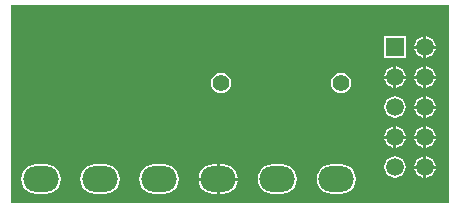
<source format=gbl>
%FSAX24Y24*%
%MOIN*%
G70*
G01*
G75*
G04 Layer_Physical_Order=2*
G04 Layer_Color=16711680*
%ADD10R,0.0630X0.0709*%
%ADD11C,0.0100*%
%ADD12O,0.1181X0.0866*%
%ADD13C,0.0551*%
%ADD14C,0.0591*%
%ADD15R,0.0591X0.0591*%
G36*
X014800Y000200D02*
X000200D01*
Y006800D01*
X014800D01*
Y000200D01*
D02*
G37*
%LPC*%
G36*
X014050Y001752D02*
Y001450D01*
X014352D01*
X014346Y001493D01*
X014310Y001579D01*
X014253Y001653D01*
X014179Y001710D01*
X014093Y001746D01*
X014050Y001752D01*
D02*
G37*
G36*
X012950Y002350D02*
X012648D01*
X012654Y002307D01*
X012690Y002221D01*
X012747Y002147D01*
X012821Y002090D01*
X012907Y002054D01*
X012950Y002048D01*
Y002350D01*
D02*
G37*
G36*
X013950Y001752D02*
X013907Y001746D01*
X013821Y001710D01*
X013747Y001653D01*
X013690Y001579D01*
X013654Y001493D01*
X013648Y001450D01*
X013950D01*
Y001752D01*
D02*
G37*
G36*
X007056Y001497D02*
X006948D01*
X006819Y001480D01*
X006699Y001431D01*
X006596Y001352D01*
X006517Y001249D01*
X006468Y001129D01*
X006457Y001050D01*
X007056D01*
Y001497D01*
D02*
G37*
G36*
X007263D02*
X007156D01*
Y001050D01*
X007754D01*
X007743Y001129D01*
X007694Y001249D01*
X007615Y001352D01*
X007512Y001431D01*
X007392Y001480D01*
X007263Y001497D01*
D02*
G37*
G36*
X012950Y002752D02*
X012907Y002746D01*
X012821Y002710D01*
X012747Y002653D01*
X012690Y002579D01*
X012654Y002493D01*
X012648Y002450D01*
X012950D01*
Y002752D01*
D02*
G37*
G36*
X013050D02*
Y002450D01*
X013352D01*
X013346Y002493D01*
X013310Y002579D01*
X013253Y002653D01*
X013179Y002710D01*
X013093Y002746D01*
X013050Y002752D01*
D02*
G37*
G36*
X014352Y002350D02*
X014050D01*
Y002048D01*
X014093Y002054D01*
X014179Y002090D01*
X014253Y002147D01*
X014310Y002221D01*
X014346Y002307D01*
X014352Y002350D01*
D02*
G37*
G36*
X013352D02*
X013050D01*
Y002048D01*
X013093Y002054D01*
X013179Y002090D01*
X013253Y002147D01*
X013310Y002221D01*
X013346Y002307D01*
X013352Y002350D01*
D02*
G37*
G36*
X013950D02*
X013648D01*
X013654Y002307D01*
X013690Y002221D01*
X013747Y002147D01*
X013821Y002090D01*
X013907Y002054D01*
X013950Y002048D01*
Y002350D01*
D02*
G37*
G36*
X007056Y000950D02*
X006457D01*
X006468Y000871D01*
X006517Y000751D01*
X006596Y000648D01*
X006699Y000569D01*
X006819Y000520D01*
X006948Y000503D01*
X007056D01*
Y000950D01*
D02*
G37*
G36*
X007754D02*
X007156D01*
Y000503D01*
X007263D01*
X007392Y000520D01*
X007512Y000569D01*
X007615Y000648D01*
X007694Y000751D01*
X007743Y000871D01*
X007754Y000950D01*
D02*
G37*
G36*
X005294Y001497D02*
X004980D01*
X004851Y001480D01*
X004731Y001431D01*
X004628Y001352D01*
X004549Y001249D01*
X004499Y001129D01*
X004482Y001000D01*
X004499Y000871D01*
X004549Y000751D01*
X004628Y000648D01*
X004731Y000569D01*
X004851Y000520D01*
X004980Y000503D01*
X005294D01*
X005423Y000520D01*
X005543Y000569D01*
X005646Y000648D01*
X005725Y000751D01*
X005775Y000871D01*
X005792Y001000D01*
X005775Y001129D01*
X005725Y001249D01*
X005646Y001352D01*
X005543Y001431D01*
X005423Y001480D01*
X005294Y001497D01*
D02*
G37*
G36*
X001357D02*
X001043D01*
X000914Y001480D01*
X000794Y001431D01*
X000691Y001352D01*
X000612Y001249D01*
X000562Y001129D01*
X000545Y001000D01*
X000562Y000871D01*
X000612Y000751D01*
X000691Y000648D01*
X000794Y000569D01*
X000914Y000520D01*
X001043Y000503D01*
X001357D01*
X001486Y000520D01*
X001606Y000569D01*
X001709Y000648D01*
X001788Y000751D01*
X001838Y000871D01*
X001855Y001000D01*
X001838Y001129D01*
X001788Y001249D01*
X001709Y001352D01*
X001606Y001431D01*
X001486Y001480D01*
X001357Y001497D01*
D02*
G37*
G36*
X003326D02*
X003011D01*
X002882Y001480D01*
X002762Y001431D01*
X002659Y001352D01*
X002580Y001249D01*
X002531Y001129D01*
X002514Y001000D01*
X002531Y000871D01*
X002580Y000751D01*
X002659Y000648D01*
X002762Y000569D01*
X002882Y000520D01*
X003011Y000503D01*
X003326D01*
X003455Y000520D01*
X003575Y000569D01*
X003678Y000648D01*
X003757Y000751D01*
X003806Y000871D01*
X003823Y001000D01*
X003806Y001129D01*
X003757Y001249D01*
X003678Y001352D01*
X003575Y001431D01*
X003455Y001480D01*
X003326Y001497D01*
D02*
G37*
G36*
X013950Y001350D02*
X013648D01*
X013654Y001307D01*
X013690Y001221D01*
X013747Y001147D01*
X013821Y001090D01*
X013907Y001054D01*
X013950Y001048D01*
Y001350D01*
D02*
G37*
G36*
X014352D02*
X014050D01*
Y001048D01*
X014093Y001054D01*
X014179Y001090D01*
X014253Y001147D01*
X014310Y001221D01*
X014346Y001307D01*
X014352Y001350D01*
D02*
G37*
G36*
X013000Y001758D02*
X012907Y001746D01*
X012821Y001710D01*
X012747Y001653D01*
X012690Y001579D01*
X012654Y001493D01*
X012642Y001400D01*
X012654Y001307D01*
X012690Y001221D01*
X012747Y001147D01*
X012821Y001090D01*
X012907Y001054D01*
X013000Y001042D01*
X013093Y001054D01*
X013179Y001090D01*
X013253Y001147D01*
X013310Y001221D01*
X013346Y001307D01*
X013358Y001400D01*
X013346Y001493D01*
X013310Y001579D01*
X013253Y001653D01*
X013179Y001710D01*
X013093Y001746D01*
X013000Y001758D01*
D02*
G37*
G36*
X009232Y001497D02*
X008917D01*
X008788Y001480D01*
X008668Y001431D01*
X008565Y001352D01*
X008486Y001249D01*
X008436Y001129D01*
X008419Y001000D01*
X008436Y000871D01*
X008486Y000751D01*
X008565Y000648D01*
X008668Y000569D01*
X008788Y000520D01*
X008917Y000503D01*
X009232D01*
X009360Y000520D01*
X009480Y000569D01*
X009583Y000648D01*
X009662Y000751D01*
X009712Y000871D01*
X009729Y001000D01*
X009712Y001129D01*
X009662Y001249D01*
X009583Y001352D01*
X009480Y001431D01*
X009360Y001480D01*
X009232Y001497D01*
D02*
G37*
G36*
X011200D02*
X010885D01*
X010756Y001480D01*
X010636Y001431D01*
X010533Y001352D01*
X010454Y001249D01*
X010405Y001129D01*
X010388Y001000D01*
X010405Y000871D01*
X010454Y000751D01*
X010533Y000648D01*
X010636Y000569D01*
X010756Y000520D01*
X010885Y000503D01*
X011200D01*
X011329Y000520D01*
X011449Y000569D01*
X011552Y000648D01*
X011631Y000751D01*
X011680Y000871D01*
X011697Y001000D01*
X011680Y001129D01*
X011631Y001249D01*
X011552Y001352D01*
X011449Y001431D01*
X011329Y001480D01*
X011200Y001497D01*
D02*
G37*
G36*
X013950Y002752D02*
X013907Y002746D01*
X013821Y002710D01*
X013747Y002653D01*
X013690Y002579D01*
X013654Y002493D01*
X013648Y002450D01*
X013950D01*
Y002752D01*
D02*
G37*
G36*
Y004752D02*
X013907Y004746D01*
X013821Y004710D01*
X013747Y004653D01*
X013690Y004579D01*
X013654Y004493D01*
X013648Y004450D01*
X013950D01*
Y004752D01*
D02*
G37*
G36*
X014050D02*
Y004450D01*
X014352D01*
X014346Y004493D01*
X014310Y004579D01*
X014253Y004653D01*
X014179Y004710D01*
X014093Y004746D01*
X014050Y004752D01*
D02*
G37*
G36*
X013050D02*
Y004450D01*
X013352D01*
X013346Y004493D01*
X013310Y004579D01*
X013253Y004653D01*
X013179Y004710D01*
X013093Y004746D01*
X013050Y004752D01*
D02*
G37*
G36*
X014352Y004350D02*
X014050D01*
Y004048D01*
X014093Y004054D01*
X014179Y004090D01*
X014253Y004147D01*
X014310Y004221D01*
X014346Y004307D01*
X014352Y004350D01*
D02*
G37*
G36*
X012950Y004752D02*
X012907Y004746D01*
X012821Y004710D01*
X012747Y004653D01*
X012690Y004579D01*
X012654Y004493D01*
X012648Y004450D01*
X012950D01*
Y004752D01*
D02*
G37*
G36*
X013950Y005752D02*
X013907Y005746D01*
X013821Y005710D01*
X013747Y005653D01*
X013690Y005579D01*
X013654Y005493D01*
X013648Y005450D01*
X013950D01*
Y005752D01*
D02*
G37*
G36*
X014050D02*
Y005450D01*
X014352D01*
X014346Y005493D01*
X014310Y005579D01*
X014253Y005653D01*
X014179Y005710D01*
X014093Y005746D01*
X014050Y005752D01*
D02*
G37*
G36*
X014352Y005350D02*
X014050D01*
Y005048D01*
X014093Y005054D01*
X014179Y005090D01*
X014253Y005147D01*
X014310Y005221D01*
X014346Y005307D01*
X014352Y005350D01*
D02*
G37*
G36*
X013355Y005755D02*
X012645D01*
Y005045D01*
X013355D01*
Y005755D01*
D02*
G37*
G36*
X013950Y005350D02*
X013648D01*
X013654Y005307D01*
X013690Y005221D01*
X013747Y005147D01*
X013821Y005090D01*
X013907Y005054D01*
X013950Y005048D01*
Y005350D01*
D02*
G37*
G36*
Y004350D02*
X013648D01*
X013654Y004307D01*
X013690Y004221D01*
X013747Y004147D01*
X013821Y004090D01*
X013907Y004054D01*
X013950Y004048D01*
Y004350D01*
D02*
G37*
G36*
X014352Y003350D02*
X014050D01*
Y003048D01*
X014093Y003054D01*
X014179Y003090D01*
X014253Y003147D01*
X014310Y003221D01*
X014346Y003307D01*
X014352Y003350D01*
D02*
G37*
G36*
X013950Y003752D02*
X013907Y003746D01*
X013821Y003710D01*
X013747Y003653D01*
X013690Y003579D01*
X013654Y003493D01*
X013648Y003450D01*
X013950D01*
Y003752D01*
D02*
G37*
G36*
Y003350D02*
X013648D01*
X013654Y003307D01*
X013690Y003221D01*
X013747Y003147D01*
X013821Y003090D01*
X013907Y003054D01*
X013950Y003048D01*
Y003350D01*
D02*
G37*
G36*
X014050Y002752D02*
Y002450D01*
X014352D01*
X014346Y002493D01*
X014310Y002579D01*
X014253Y002653D01*
X014179Y002710D01*
X014093Y002746D01*
X014050Y002752D01*
D02*
G37*
G36*
X013000Y003758D02*
X012907Y003746D01*
X012821Y003710D01*
X012747Y003653D01*
X012690Y003579D01*
X012654Y003493D01*
X012642Y003400D01*
X012654Y003307D01*
X012690Y003221D01*
X012747Y003147D01*
X012821Y003090D01*
X012907Y003054D01*
X013000Y003042D01*
X013093Y003054D01*
X013179Y003090D01*
X013253Y003147D01*
X013310Y003221D01*
X013346Y003307D01*
X013358Y003400D01*
X013346Y003493D01*
X013310Y003579D01*
X013253Y003653D01*
X013179Y003710D01*
X013093Y003746D01*
X013000Y003758D01*
D02*
G37*
G36*
X012950Y004350D02*
X012648D01*
X012654Y004307D01*
X012690Y004221D01*
X012747Y004147D01*
X012821Y004090D01*
X012907Y004054D01*
X012950Y004048D01*
Y004350D01*
D02*
G37*
G36*
X013352D02*
X013050D01*
Y004048D01*
X013093Y004054D01*
X013179Y004090D01*
X013253Y004147D01*
X013310Y004221D01*
X013346Y004307D01*
X013352Y004350D01*
D02*
G37*
G36*
X011200Y004538D02*
X011112Y004527D01*
X011031Y004493D01*
X010961Y004439D01*
X010907Y004369D01*
X010873Y004288D01*
X010862Y004200D01*
X010873Y004112D01*
X010907Y004031D01*
X010961Y003961D01*
X011031Y003907D01*
X011112Y003873D01*
X011200Y003862D01*
X011288Y003873D01*
X011369Y003907D01*
X011439Y003961D01*
X011493Y004031D01*
X011527Y004112D01*
X011538Y004200D01*
X011527Y004288D01*
X011493Y004369D01*
X011439Y004439D01*
X011369Y004493D01*
X011288Y004527D01*
X011200Y004538D01*
D02*
G37*
G36*
X014050Y003752D02*
Y003450D01*
X014352D01*
X014346Y003493D01*
X014310Y003579D01*
X014253Y003653D01*
X014179Y003710D01*
X014093Y003746D01*
X014050Y003752D01*
D02*
G37*
G36*
X007200Y004538D02*
X007112Y004527D01*
X007031Y004493D01*
X006961Y004439D01*
X006907Y004369D01*
X006873Y004288D01*
X006862Y004200D01*
X006873Y004112D01*
X006907Y004031D01*
X006961Y003961D01*
X007031Y003907D01*
X007112Y003873D01*
X007200Y003862D01*
X007288Y003873D01*
X007369Y003907D01*
X007439Y003961D01*
X007493Y004031D01*
X007527Y004112D01*
X007538Y004200D01*
X007527Y004288D01*
X007493Y004369D01*
X007439Y004439D01*
X007369Y004493D01*
X007288Y004527D01*
X007200Y004538D01*
D02*
G37*
%LPD*%
D12*
X011043Y001000D02*
D03*
X009074D02*
D03*
X007106D02*
D03*
X005137D02*
D03*
X003169D02*
D03*
X001200D02*
D03*
D13*
X011200Y004200D02*
D03*
X007200D02*
D03*
D14*
X014000Y001400D02*
D03*
X013000D02*
D03*
X014000Y002400D02*
D03*
X013000D02*
D03*
X014000Y003400D02*
D03*
X013000D02*
D03*
X014000Y004400D02*
D03*
X013000D02*
D03*
X014000Y005400D02*
D03*
D15*
X013000D02*
D03*
M02*

</source>
